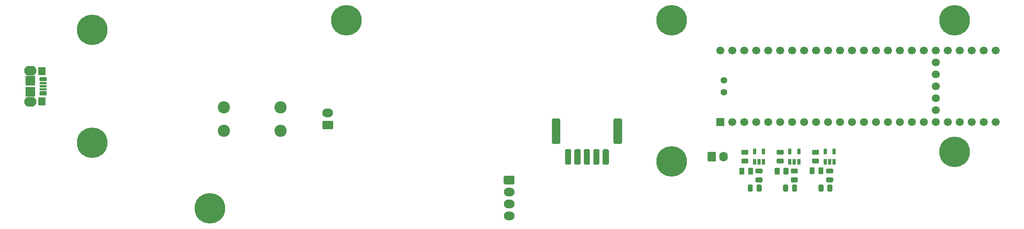
<source format=gts>
G04 #@! TF.GenerationSoftware,KiCad,Pcbnew,(5.1.6-0-10_14)*
G04 #@! TF.CreationDate,2020-11-25T02:11:22-05:00*
G04 #@! TF.ProjectId,power board,706f7765-7220-4626-9f61-72642e6b6963,0.1.0*
G04 #@! TF.SameCoordinates,Original*
G04 #@! TF.FileFunction,Soldermask,Top*
G04 #@! TF.FilePolarity,Negative*
%FSLAX46Y46*%
G04 Gerber Fmt 4.6, Leading zero omitted, Abs format (unit mm)*
G04 Created by KiCad (PCBNEW (5.1.6-0-10_14)) date 2020-11-25 02:11:22*
%MOMM*%
%LPD*%
G01*
G04 APERTURE LIST*
%ADD10R,0.750000X1.160000*%
%ADD11C,1.400000*%
%ADD12C,1.700000*%
%ADD13R,1.700000X1.700000*%
%ADD14C,6.500000*%
%ADD15O,1.800000X2.100000*%
%ADD16O,2.290000X1.840000*%
%ADD17O,2.600000X2.100000*%
%ADD18R,2.000000X2.000000*%
%ADD19R,1.500000X1.700000*%
%ADD20C,2.600000*%
G04 APERTURE END LIST*
D10*
G04 #@! TO.C,U4*
X195550000Y-118900000D03*
X197450000Y-118900000D03*
X197450000Y-121100000D03*
X196500000Y-121100000D03*
X195550000Y-121100000D03*
G04 #@! TD*
G04 #@! TO.C,U3*
X188050000Y-118900000D03*
X189950000Y-118900000D03*
X189950000Y-121100000D03*
X189000000Y-121100000D03*
X188050000Y-121100000D03*
G04 #@! TD*
G04 #@! TO.C,U2*
X180550000Y-118900000D03*
X182450000Y-118900000D03*
X182450000Y-121100000D03*
X181500000Y-121100000D03*
X180550000Y-121100000D03*
G04 #@! TD*
G04 #@! TO.C,R6*
G36*
G01*
X196018750Y-124400000D02*
X196981250Y-124400000D01*
G75*
G02*
X197250000Y-124668750I0J-268750D01*
G01*
X197250000Y-125206250D01*
G75*
G02*
X196981250Y-125475000I-268750J0D01*
G01*
X196018750Y-125475000D01*
G75*
G02*
X195750000Y-125206250I0J268750D01*
G01*
X195750000Y-124668750D01*
G75*
G02*
X196018750Y-124400000I268750J0D01*
G01*
G37*
G36*
G01*
X196018750Y-122525000D02*
X196981250Y-122525000D01*
G75*
G02*
X197250000Y-122793750I0J-268750D01*
G01*
X197250000Y-123331250D01*
G75*
G02*
X196981250Y-123600000I-268750J0D01*
G01*
X196018750Y-123600000D01*
G75*
G02*
X195750000Y-123331250I0J268750D01*
G01*
X195750000Y-122793750D01*
G75*
G02*
X196018750Y-122525000I268750J0D01*
G01*
G37*
G04 #@! TD*
G04 #@! TO.C,R5*
G36*
G01*
X196000000Y-127181250D02*
X196000000Y-126218750D01*
G75*
G02*
X196268750Y-125950000I268750J0D01*
G01*
X196806250Y-125950000D01*
G75*
G02*
X197075000Y-126218750I0J-268750D01*
G01*
X197075000Y-127181250D01*
G75*
G02*
X196806250Y-127450000I-268750J0D01*
G01*
X196268750Y-127450000D01*
G75*
G02*
X196000000Y-127181250I0J268750D01*
G01*
G37*
G36*
G01*
X194125000Y-127181250D02*
X194125000Y-126218750D01*
G75*
G02*
X194393750Y-125950000I268750J0D01*
G01*
X194931250Y-125950000D01*
G75*
G02*
X195200000Y-126218750I0J-268750D01*
G01*
X195200000Y-127181250D01*
G75*
G02*
X194931250Y-127450000I-268750J0D01*
G01*
X194393750Y-127450000D01*
G75*
G02*
X194125000Y-127181250I0J268750D01*
G01*
G37*
G04 #@! TD*
G04 #@! TO.C,R4*
G36*
G01*
X188518750Y-124400000D02*
X189481250Y-124400000D01*
G75*
G02*
X189750000Y-124668750I0J-268750D01*
G01*
X189750000Y-125206250D01*
G75*
G02*
X189481250Y-125475000I-268750J0D01*
G01*
X188518750Y-125475000D01*
G75*
G02*
X188250000Y-125206250I0J268750D01*
G01*
X188250000Y-124668750D01*
G75*
G02*
X188518750Y-124400000I268750J0D01*
G01*
G37*
G36*
G01*
X188518750Y-122525000D02*
X189481250Y-122525000D01*
G75*
G02*
X189750000Y-122793750I0J-268750D01*
G01*
X189750000Y-123331250D01*
G75*
G02*
X189481250Y-123600000I-268750J0D01*
G01*
X188518750Y-123600000D01*
G75*
G02*
X188250000Y-123331250I0J268750D01*
G01*
X188250000Y-122793750D01*
G75*
G02*
X188518750Y-122525000I268750J0D01*
G01*
G37*
G04 #@! TD*
G04 #@! TO.C,R3*
G36*
G01*
X188500000Y-127181250D02*
X188500000Y-126218750D01*
G75*
G02*
X188768750Y-125950000I268750J0D01*
G01*
X189306250Y-125950000D01*
G75*
G02*
X189575000Y-126218750I0J-268750D01*
G01*
X189575000Y-127181250D01*
G75*
G02*
X189306250Y-127450000I-268750J0D01*
G01*
X188768750Y-127450000D01*
G75*
G02*
X188500000Y-127181250I0J268750D01*
G01*
G37*
G36*
G01*
X186625000Y-127181250D02*
X186625000Y-126218750D01*
G75*
G02*
X186893750Y-125950000I268750J0D01*
G01*
X187431250Y-125950000D01*
G75*
G02*
X187700000Y-126218750I0J-268750D01*
G01*
X187700000Y-127181250D01*
G75*
G02*
X187431250Y-127450000I-268750J0D01*
G01*
X186893750Y-127450000D01*
G75*
G02*
X186625000Y-127181250I0J268750D01*
G01*
G37*
G04 #@! TD*
G04 #@! TO.C,R2*
G36*
G01*
X181018750Y-124400000D02*
X181981250Y-124400000D01*
G75*
G02*
X182250000Y-124668750I0J-268750D01*
G01*
X182250000Y-125206250D01*
G75*
G02*
X181981250Y-125475000I-268750J0D01*
G01*
X181018750Y-125475000D01*
G75*
G02*
X180750000Y-125206250I0J268750D01*
G01*
X180750000Y-124668750D01*
G75*
G02*
X181018750Y-124400000I268750J0D01*
G01*
G37*
G36*
G01*
X181018750Y-122525000D02*
X181981250Y-122525000D01*
G75*
G02*
X182250000Y-122793750I0J-268750D01*
G01*
X182250000Y-123331250D01*
G75*
G02*
X181981250Y-123600000I-268750J0D01*
G01*
X181018750Y-123600000D01*
G75*
G02*
X180750000Y-123331250I0J268750D01*
G01*
X180750000Y-122793750D01*
G75*
G02*
X181018750Y-122525000I268750J0D01*
G01*
G37*
G04 #@! TD*
G04 #@! TO.C,R1*
G36*
G01*
X181000000Y-127181250D02*
X181000000Y-126218750D01*
G75*
G02*
X181268750Y-125950000I268750J0D01*
G01*
X181806250Y-125950000D01*
G75*
G02*
X182075000Y-126218750I0J-268750D01*
G01*
X182075000Y-127181250D01*
G75*
G02*
X181806250Y-127450000I-268750J0D01*
G01*
X181268750Y-127450000D01*
G75*
G02*
X181000000Y-127181250I0J268750D01*
G01*
G37*
G36*
G01*
X179125000Y-127181250D02*
X179125000Y-126218750D01*
G75*
G02*
X179393750Y-125950000I268750J0D01*
G01*
X179931250Y-125950000D01*
G75*
G02*
X180200000Y-126218750I0J-268750D01*
G01*
X180200000Y-127181250D01*
G75*
G02*
X179931250Y-127450000I-268750J0D01*
G01*
X179393750Y-127450000D01*
G75*
G02*
X179125000Y-127181250I0J268750D01*
G01*
G37*
G04 #@! TD*
G04 #@! TO.C,C6*
G36*
G01*
X193300000Y-122518750D02*
X193300000Y-123481250D01*
G75*
G02*
X193031250Y-123750000I-268750J0D01*
G01*
X192493750Y-123750000D01*
G75*
G02*
X192225000Y-123481250I0J268750D01*
G01*
X192225000Y-122518750D01*
G75*
G02*
X192493750Y-122250000I268750J0D01*
G01*
X193031250Y-122250000D01*
G75*
G02*
X193300000Y-122518750I0J-268750D01*
G01*
G37*
G36*
G01*
X195175000Y-122518750D02*
X195175000Y-123481250D01*
G75*
G02*
X194906250Y-123750000I-268750J0D01*
G01*
X194368750Y-123750000D01*
G75*
G02*
X194100000Y-123481250I0J268750D01*
G01*
X194100000Y-122518750D01*
G75*
G02*
X194368750Y-122250000I268750J0D01*
G01*
X194906250Y-122250000D01*
G75*
G02*
X195175000Y-122518750I0J-268750D01*
G01*
G37*
G04 #@! TD*
G04 #@! TO.C,C5*
G36*
G01*
X193018750Y-120400000D02*
X193981250Y-120400000D01*
G75*
G02*
X194250000Y-120668750I0J-268750D01*
G01*
X194250000Y-121206250D01*
G75*
G02*
X193981250Y-121475000I-268750J0D01*
G01*
X193018750Y-121475000D01*
G75*
G02*
X192750000Y-121206250I0J268750D01*
G01*
X192750000Y-120668750D01*
G75*
G02*
X193018750Y-120400000I268750J0D01*
G01*
G37*
G36*
G01*
X193018750Y-118525000D02*
X193981250Y-118525000D01*
G75*
G02*
X194250000Y-118793750I0J-268750D01*
G01*
X194250000Y-119331250D01*
G75*
G02*
X193981250Y-119600000I-268750J0D01*
G01*
X193018750Y-119600000D01*
G75*
G02*
X192750000Y-119331250I0J268750D01*
G01*
X192750000Y-118793750D01*
G75*
G02*
X193018750Y-118525000I268750J0D01*
G01*
G37*
G04 #@! TD*
G04 #@! TO.C,C4*
G36*
G01*
X185900000Y-122618750D02*
X185900000Y-123581250D01*
G75*
G02*
X185631250Y-123850000I-268750J0D01*
G01*
X185093750Y-123850000D01*
G75*
G02*
X184825000Y-123581250I0J268750D01*
G01*
X184825000Y-122618750D01*
G75*
G02*
X185093750Y-122350000I268750J0D01*
G01*
X185631250Y-122350000D01*
G75*
G02*
X185900000Y-122618750I0J-268750D01*
G01*
G37*
G36*
G01*
X187775000Y-122618750D02*
X187775000Y-123581250D01*
G75*
G02*
X187506250Y-123850000I-268750J0D01*
G01*
X186968750Y-123850000D01*
G75*
G02*
X186700000Y-123581250I0J268750D01*
G01*
X186700000Y-122618750D01*
G75*
G02*
X186968750Y-122350000I268750J0D01*
G01*
X187506250Y-122350000D01*
G75*
G02*
X187775000Y-122618750I0J-268750D01*
G01*
G37*
G04 #@! TD*
G04 #@! TO.C,C3*
G36*
G01*
X185518750Y-120400000D02*
X186481250Y-120400000D01*
G75*
G02*
X186750000Y-120668750I0J-268750D01*
G01*
X186750000Y-121206250D01*
G75*
G02*
X186481250Y-121475000I-268750J0D01*
G01*
X185518750Y-121475000D01*
G75*
G02*
X185250000Y-121206250I0J268750D01*
G01*
X185250000Y-120668750D01*
G75*
G02*
X185518750Y-120400000I268750J0D01*
G01*
G37*
G36*
G01*
X185518750Y-118525000D02*
X186481250Y-118525000D01*
G75*
G02*
X186750000Y-118793750I0J-268750D01*
G01*
X186750000Y-119331250D01*
G75*
G02*
X186481250Y-119600000I-268750J0D01*
G01*
X185518750Y-119600000D01*
G75*
G02*
X185250000Y-119331250I0J268750D01*
G01*
X185250000Y-118793750D01*
G75*
G02*
X185518750Y-118525000I268750J0D01*
G01*
G37*
G04 #@! TD*
G04 #@! TO.C,C2*
G36*
G01*
X178400000Y-122618750D02*
X178400000Y-123581250D01*
G75*
G02*
X178131250Y-123850000I-268750J0D01*
G01*
X177593750Y-123850000D01*
G75*
G02*
X177325000Y-123581250I0J268750D01*
G01*
X177325000Y-122618750D01*
G75*
G02*
X177593750Y-122350000I268750J0D01*
G01*
X178131250Y-122350000D01*
G75*
G02*
X178400000Y-122618750I0J-268750D01*
G01*
G37*
G36*
G01*
X180275000Y-122618750D02*
X180275000Y-123581250D01*
G75*
G02*
X180006250Y-123850000I-268750J0D01*
G01*
X179468750Y-123850000D01*
G75*
G02*
X179200000Y-123581250I0J268750D01*
G01*
X179200000Y-122618750D01*
G75*
G02*
X179468750Y-122350000I268750J0D01*
G01*
X180006250Y-122350000D01*
G75*
G02*
X180275000Y-122618750I0J-268750D01*
G01*
G37*
G04 #@! TD*
G04 #@! TO.C,C1*
G36*
G01*
X178018750Y-120400000D02*
X178981250Y-120400000D01*
G75*
G02*
X179250000Y-120668750I0J-268750D01*
G01*
X179250000Y-121206250D01*
G75*
G02*
X178981250Y-121475000I-268750J0D01*
G01*
X178018750Y-121475000D01*
G75*
G02*
X177750000Y-121206250I0J268750D01*
G01*
X177750000Y-120668750D01*
G75*
G02*
X178018750Y-120400000I268750J0D01*
G01*
G37*
G36*
G01*
X178018750Y-118525000D02*
X178981250Y-118525000D01*
G75*
G02*
X179250000Y-118793750I0J-268750D01*
G01*
X179250000Y-119331250D01*
G75*
G02*
X178981250Y-119600000I-268750J0D01*
G01*
X178018750Y-119600000D01*
G75*
G02*
X177750000Y-119331250I0J268750D01*
G01*
X177750000Y-118793750D01*
G75*
G02*
X178018750Y-118525000I268750J0D01*
G01*
G37*
G04 #@! TD*
G04 #@! TO.C,J5*
G36*
G01*
X149650000Y-118628200D02*
X149650000Y-121501800D01*
G75*
G02*
X149436800Y-121715000I-213200J0D01*
G01*
X148563200Y-121715000D01*
G75*
G02*
X148350000Y-121501800I0J213200D01*
G01*
X148350000Y-118628200D01*
G75*
G02*
X148563200Y-118415000I213200J0D01*
G01*
X149436800Y-118415000D01*
G75*
G02*
X149650000Y-118628200I0J-213200D01*
G01*
G37*
G36*
G01*
X147650000Y-118628200D02*
X147650000Y-121501800D01*
G75*
G02*
X147436800Y-121715000I-213200J0D01*
G01*
X146563200Y-121715000D01*
G75*
G02*
X146350000Y-121501800I0J213200D01*
G01*
X146350000Y-118628200D01*
G75*
G02*
X146563200Y-118415000I213200J0D01*
G01*
X147436800Y-118415000D01*
G75*
G02*
X147650000Y-118628200I0J-213200D01*
G01*
G37*
G36*
G01*
X145650000Y-118628200D02*
X145650000Y-121501800D01*
G75*
G02*
X145436800Y-121715000I-213200J0D01*
G01*
X144563200Y-121715000D01*
G75*
G02*
X144350000Y-121501800I0J213200D01*
G01*
X144350000Y-118628200D01*
G75*
G02*
X144563200Y-118415000I213200J0D01*
G01*
X145436800Y-118415000D01*
G75*
G02*
X145650000Y-118628200I0J-213200D01*
G01*
G37*
G36*
G01*
X143650000Y-118628200D02*
X143650000Y-121501800D01*
G75*
G02*
X143436800Y-121715000I-213200J0D01*
G01*
X142563200Y-121715000D01*
G75*
G02*
X142350000Y-121501800I0J213200D01*
G01*
X142350000Y-118628200D01*
G75*
G02*
X142563200Y-118415000I213200J0D01*
G01*
X143436800Y-118415000D01*
G75*
G02*
X143650000Y-118628200I0J-213200D01*
G01*
G37*
G36*
G01*
X139350000Y-112180200D02*
X139350000Y-116989800D01*
G75*
G02*
X139054800Y-117285000I-295200J0D01*
G01*
X137845200Y-117285000D01*
G75*
G02*
X137550000Y-116989800I0J295200D01*
G01*
X137550000Y-112180200D01*
G75*
G02*
X137845200Y-111885000I295200J0D01*
G01*
X139054800Y-111885000D01*
G75*
G02*
X139350000Y-112180200I0J-295200D01*
G01*
G37*
G36*
G01*
X152450000Y-112180200D02*
X152450000Y-116989800D01*
G75*
G02*
X152154800Y-117285000I-295200J0D01*
G01*
X150945200Y-117285000D01*
G75*
G02*
X150650000Y-116989800I0J295200D01*
G01*
X150650000Y-112180200D01*
G75*
G02*
X150945200Y-111885000I295200J0D01*
G01*
X152154800Y-111885000D01*
G75*
G02*
X152450000Y-112180200I0J-295200D01*
G01*
G37*
G36*
G01*
X141650000Y-118628200D02*
X141650000Y-121501800D01*
G75*
G02*
X141436800Y-121715000I-213200J0D01*
G01*
X140563200Y-121715000D01*
G75*
G02*
X140350000Y-121501800I0J213200D01*
G01*
X140350000Y-118628200D01*
G75*
G02*
X140563200Y-118415000I213200J0D01*
G01*
X141436800Y-118415000D01*
G75*
G02*
X141650000Y-118628200I0J-213200D01*
G01*
G37*
G04 #@! TD*
D11*
G04 #@! TO.C,U1*
X174020000Y-103730000D03*
X174020000Y-106270000D03*
D12*
X219010000Y-99920000D03*
X219010000Y-102460000D03*
X219010000Y-105000000D03*
X219010000Y-107540000D03*
X219010000Y-110080000D03*
X213930000Y-112620000D03*
X216470000Y-112620000D03*
X219010000Y-112620000D03*
X221550000Y-112620000D03*
X211390000Y-112620000D03*
X208850000Y-112620000D03*
X206310000Y-112620000D03*
X224090000Y-112620000D03*
X226630000Y-112620000D03*
X229170000Y-112620000D03*
X231710000Y-112620000D03*
X231710000Y-97380000D03*
X229170000Y-97380000D03*
X226630000Y-97380000D03*
X224090000Y-97380000D03*
X221550000Y-97380000D03*
X219010000Y-97380000D03*
X216470000Y-97380000D03*
X213930000Y-97380000D03*
X211390000Y-97380000D03*
X208850000Y-97380000D03*
X203770000Y-112620000D03*
X201230000Y-112620000D03*
X198690000Y-112620000D03*
X196150000Y-112620000D03*
X193610000Y-112620000D03*
X191070000Y-112620000D03*
X188530000Y-112620000D03*
X185990000Y-112620000D03*
X183450000Y-112620000D03*
X180910000Y-112620000D03*
X178370000Y-112620000D03*
X175830000Y-112620000D03*
D13*
X173290000Y-112620000D03*
D12*
X206310000Y-97380000D03*
X203770000Y-97380000D03*
X201230000Y-97380000D03*
X198690000Y-97380000D03*
X196150000Y-97380000D03*
X193610000Y-97380000D03*
X191070000Y-97380000D03*
X188530000Y-97380000D03*
X185990000Y-97380000D03*
X183450000Y-97380000D03*
X180910000Y-97380000D03*
X178370000Y-97380000D03*
X175830000Y-97380000D03*
X173290000Y-97380000D03*
G04 #@! TD*
D14*
G04 #@! TO.C,H4*
X65000000Y-131000000D03*
G04 #@! TD*
D15*
G04 #@! TO.C,J4*
X174000000Y-120000000D03*
G36*
G01*
X170600000Y-120785294D02*
X170600000Y-119214706D01*
G75*
G02*
X170864706Y-118950000I264706J0D01*
G01*
X172135294Y-118950000D01*
G75*
G02*
X172400000Y-119214706I0J-264706D01*
G01*
X172400000Y-120785294D01*
G75*
G02*
X172135294Y-121050000I-264706J0D01*
G01*
X170864706Y-121050000D01*
G75*
G02*
X170600000Y-120785294I0J264706D01*
G01*
G37*
G04 #@! TD*
D16*
G04 #@! TO.C,J1*
X128500000Y-132620000D03*
X128500000Y-130080000D03*
X128500000Y-127540000D03*
G36*
G01*
X127619367Y-124080000D02*
X129380633Y-124080000D01*
G75*
G02*
X129645000Y-124344367I0J-264367D01*
G01*
X129645000Y-125655633D01*
G75*
G02*
X129380633Y-125920000I-264367J0D01*
G01*
X127619367Y-125920000D01*
G75*
G02*
X127355000Y-125655633I0J264367D01*
G01*
X127355000Y-124344367D01*
G75*
G02*
X127619367Y-124080000I264367J0D01*
G01*
G37*
G04 #@! TD*
D14*
G04 #@! TO.C,H8*
X163000000Y-91000000D03*
G04 #@! TD*
G04 #@! TO.C,H7*
X163000000Y-121000000D03*
G04 #@! TD*
G04 #@! TO.C,H6*
X223000000Y-119000000D03*
G04 #@! TD*
G04 #@! TO.C,H5*
X223000000Y-91000000D03*
G04 #@! TD*
D17*
G04 #@! TO.C,J3*
X26950000Y-108300000D03*
X26950000Y-101700000D03*
D18*
X26950000Y-106200000D03*
X26950000Y-103800000D03*
D19*
X29400000Y-108200000D03*
X29400000Y-101800000D03*
G36*
G01*
X29012500Y-106050000D02*
X30237500Y-106050000D01*
G75*
G02*
X30350000Y-106162500I0J-112500D01*
G01*
X30350000Y-106837500D01*
G75*
G02*
X30237500Y-106950000I-112500J0D01*
G01*
X29012500Y-106950000D01*
G75*
G02*
X28900000Y-106837500I0J112500D01*
G01*
X28900000Y-106162500D01*
G75*
G02*
X29012500Y-106050000I112500J0D01*
G01*
G37*
G36*
G01*
X29025000Y-105400000D02*
X30225000Y-105400000D01*
G75*
G02*
X30350000Y-105525000I0J-125000D01*
G01*
X30350000Y-105775000D01*
G75*
G02*
X30225000Y-105900000I-125000J0D01*
G01*
X29025000Y-105900000D01*
G75*
G02*
X28900000Y-105775000I0J125000D01*
G01*
X28900000Y-105525000D01*
G75*
G02*
X29025000Y-105400000I125000J0D01*
G01*
G37*
G36*
G01*
X29025000Y-104750000D02*
X30225000Y-104750000D01*
G75*
G02*
X30350000Y-104875000I0J-125000D01*
G01*
X30350000Y-105125000D01*
G75*
G02*
X30225000Y-105250000I-125000J0D01*
G01*
X29025000Y-105250000D01*
G75*
G02*
X28900000Y-105125000I0J125000D01*
G01*
X28900000Y-104875000D01*
G75*
G02*
X29025000Y-104750000I125000J0D01*
G01*
G37*
G36*
G01*
X29025000Y-104100000D02*
X30225000Y-104100000D01*
G75*
G02*
X30350000Y-104225000I0J-125000D01*
G01*
X30350000Y-104475000D01*
G75*
G02*
X30225000Y-104600000I-125000J0D01*
G01*
X29025000Y-104600000D01*
G75*
G02*
X28900000Y-104475000I0J125000D01*
G01*
X28900000Y-104225000D01*
G75*
G02*
X29025000Y-104100000I125000J0D01*
G01*
G37*
G36*
G01*
X29012500Y-103050000D02*
X30237500Y-103050000D01*
G75*
G02*
X30350000Y-103162500I0J-112500D01*
G01*
X30350000Y-103837500D01*
G75*
G02*
X30237500Y-103950000I-112500J0D01*
G01*
X29012500Y-103950000D01*
G75*
G02*
X28900000Y-103837500I0J112500D01*
G01*
X28900000Y-103162500D01*
G75*
G02*
X29012500Y-103050000I112500J0D01*
G01*
G37*
G04 #@! TD*
G04 #@! TO.C,J2*
G36*
G01*
X90880633Y-114190000D02*
X89119367Y-114190000D01*
G75*
G02*
X88855000Y-113925633I0J264367D01*
G01*
X88855000Y-112614367D01*
G75*
G02*
X89119367Y-112350000I264367J0D01*
G01*
X90880633Y-112350000D01*
G75*
G02*
X91145000Y-112614367I0J-264367D01*
G01*
X91145000Y-113925633D01*
G75*
G02*
X90880633Y-114190000I-264367J0D01*
G01*
G37*
D16*
X90000000Y-110730000D03*
G04 #@! TD*
D14*
G04 #@! TO.C,H3*
X94000000Y-91000000D03*
G04 #@! TD*
G04 #@! TO.C,H2*
X40000000Y-117000000D03*
G04 #@! TD*
G04 #@! TO.C,H1*
X40000000Y-93000000D03*
G04 #@! TD*
D20*
G04 #@! TO.C,F1*
X80000000Y-109500000D03*
X80000000Y-114500000D03*
X68000000Y-109500000D03*
X68000000Y-114500000D03*
G04 #@! TD*
M02*

</source>
